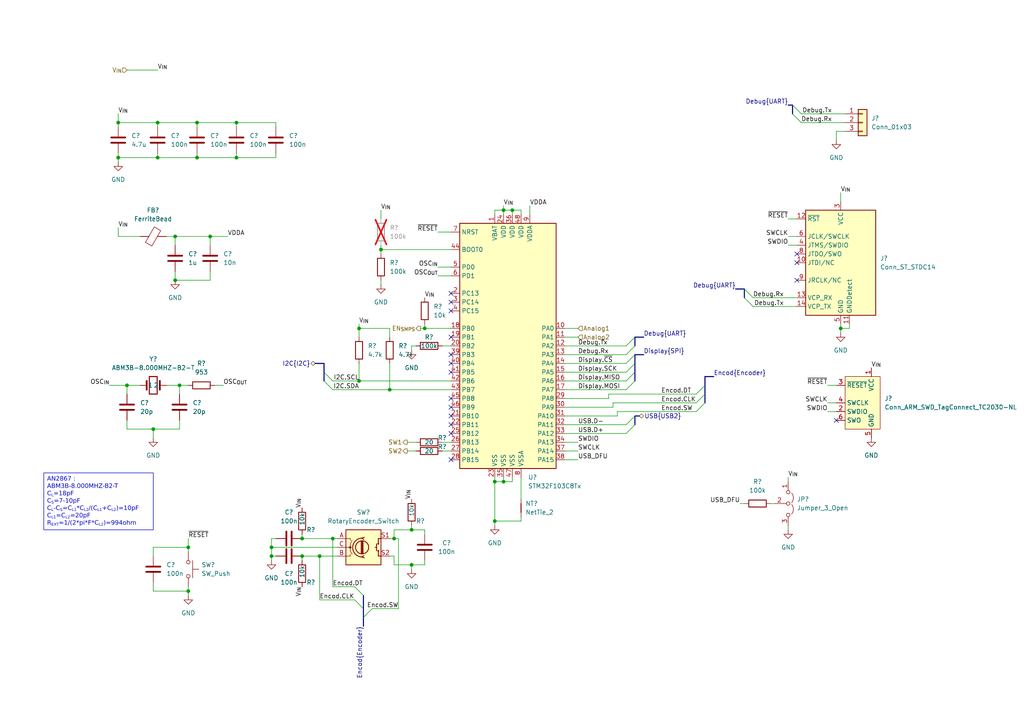
<source format=kicad_sch>
(kicad_sch (version 20230121) (generator eeschema)
  (paper "A4")
  (lib_symbols
    (symbol "Connector:Conn_ARM_SWD_TagConnect_TC2030-NL" (in_bom no)
      (property "Reference" "J" (at 2.54 11.43 0))
      (property "Value" "Conn_ARM_SWD_TagConnect_TC2030-NL" (at 2.54 8.89 0))
      (symbol "Conn_ARM_SWD_TagConnect_TC2030-NL_0_0"
        (pin power_in line (at -2.54 10.16 270) (length 2.54) (name "VCC") (number "1"))
        (pin bidirectional line (at 7.62 -2.54 180) (length 2.54) (name "SWDIO") (number "2"))
        (pin open_collector line (at 7.62 5.08 180) (length 2.54) (name "~{RESET}") (number "3"))
        (pin output line (at 7.62 0 180) (length 2.54) (name "SWCLK") (number "4"))
        (pin power_in line (at -2.54 -10.16 90) (length 2.54) (name "GND") (number "5"))
        (pin input line (at 7.62 -5.08 180) (length 2.54) (name "SWO") (number "6"))
      )
      (symbol "Conn_ARM_SWD_TagConnect_TC2030-NL_0_1"
        (rectangle (start -5.08 7.62) (end 5.08 -7.62) (fill (type background)))
      )
    )
    (symbol "Connector:Conn_ST_STDC14"
      (property "Reference" "J" (at -8.89 16.51 0))
      (property "Value" "Conn_ST_STDC14" (at 17.78 16.51 0))
      (symbol "Conn_ST_STDC14_0_1"
        (rectangle (start -10.16 15.24) (end 10.16 -15.24) (stroke (width 0.254)) (fill (type background)))
      )
      (symbol "Conn_ST_STDC14_1_1"
        (pin no_connect line (at -10.16 5.08 0) (length 2.54) hide (name "NC") (number "1"))
        (pin output line (at 12.7 0 180) (length 2.54) (name "JTDI/NC") (number "10"))
        (pin passive line (at -2.54 -17.78 90) (length 2.54) (name "GNDDetect") (number "11"))
        (pin open_collector line (at 12.7 12.7 180) (length 2.54) (name "~{RST}") (number "12"))
        (pin output line (at 12.7 -10.16 180) (length 2.54) (name "VCP_RX") (number "13"))
        (pin input line (at 12.7 -12.7 180) (length 2.54) (name "VCP_TX") (number "14"))
        (pin no_connect line (at -10.16 2.54 0) (length 2.54) hide (name "NC") (number "2"))
        (pin power_in line (at 0 17.78 270) (length 2.54) (name "VCC") (number "3"))
        (pin bidirectional line (at 12.7 5.08 180) (length 2.54) (name "JTMS/SWDIO") (number "4"))
        (pin power_in line (at 0 -17.78 90) (length 2.54) (name "GND") (number "5"))
        (pin output line (at 12.7 7.62 180) (length 2.54) (name "JCLK/SWCLK") (number "6"))
        (pin passive line (at 0 -17.78 90) (length 2.54) hide (name "GND") (number "7"))
        (pin input line (at 12.7 2.54 180) (length 2.54) (name "JTDO/SWO") (number "8"))
        (pin input line (at 12.7 -5.08 180) (length 2.54) (name "JRCLK/NC") (number "9"))
      )
    )
    (symbol "Connector_Generic:Conn_01x03" (pin_names (offset 1.016) hide)
      (property "Reference" "J" (at 0 5.08 0))
      (property "Value" "Conn_01x03" (at 0 -5.08 0))
      (symbol "Conn_01x03_1_1"
        (rectangle (start -1.27 -2.413) (end 0 -2.667) (stroke (width 0.1524)))
        (rectangle (start -1.27 0.127) (end 0 -0.127) (stroke (width 0.1524)))
        (rectangle (start -1.27 2.667) (end 0 2.413) (stroke (width 0.1524)))
        (rectangle (start -1.27 3.81) (end 1.27 -3.81) (stroke (width 0.254)) (fill (type background)))
        (pin passive line (at -5.08 2.54 0) (length 3.81) (name "Pin_1") (number "1"))
        (pin passive line (at -5.08 0 0) (length 3.81) (name "Pin_2") (number "2"))
        (pin passive line (at -5.08 -2.54 0) (length 3.81) (name "Pin_3") (number "3"))
      )
    )
    (symbol "Device:C" (pin_numbers hide) (pin_names (offset 0.254))
      (property "Reference" "C" (at 0.635 2.54 0))
      (property "Value" "C" (at 0.635 -2.54 0))
      (symbol "C_0_1"
        (polyline (pts (xy -2.032 -0.762) (xy 2.032 -0.762)) (stroke (width 0.508)))
        (polyline (pts (xy -2.032 0.762) (xy 2.032 0.762)) (stroke (width 0.508)))
      )
      (symbol "C_1_1"
        (pin passive line (at 0 3.81 270) (length 2.794) (name "~") (number "1"))
        (pin passive line (at 0 -3.81 90) (length 2.794) (name "~") (number "2"))
      )
    )
    (symbol "Device:Crystal" (pin_numbers hide) (pin_names (offset 1.016))
      (property "Reference" "Y" (at 0 3.81 0))
      (property "Value" "Crystal" (at 0 -3.81 0))
      (symbol "Crystal_0_1"
        (rectangle (start -1.143 2.54) (end 1.143 -2.54) (stroke (width 0.3048)))
        (polyline (pts (xy -2.54 0) (xy -1.905 0)))
        (polyline (pts (xy -1.905 -1.27) (xy -1.905 1.27)) (stroke (width 0.508)))
        (polyline (pts (xy 1.905 -1.27) (xy 1.905 1.27)) (stroke (width 0.508)))
        (polyline (pts (xy 2.54 0) (xy 1.905 0)))
      )
      (symbol "Crystal_1_1"
        (pin passive line (at -3.81 0 0) (length 1.27) (name "1") (number "1"))
        (pin passive line (at 3.81 0 180) (length 1.27) (name "2") (number "2"))
      )
    )
    (symbol "Device:FerriteBead" (pin_numbers hide) (pin_names (offset 0))
      (property "Reference" "FB" (at -3.81 0.635 90))
      (property "Value" "FerriteBead" (at 3.81 0 90))
      (symbol "FerriteBead_0_1"
        (polyline (pts (xy 0 -1.27) (xy 0 -1.2192)))
        (polyline (pts (xy 0 1.27) (xy 0 1.2954)))
        (polyline (pts (xy -2.7686 0.4064) (xy -1.7018 2.2606) (xy 2.7686 -0.3048) (xy 1.6764 -2.159) (xy -2.7686 0.4064)))
      )
      (symbol "FerriteBead_1_1"
        (pin passive line (at 0 3.81 270) (length 2.54) (name "~") (number "1"))
        (pin passive line (at 0 -3.81 90) (length 2.54) (name "~") (number "2"))
      )
    )
    (symbol "Device:NetTie_2" (pin_numbers hide) (pin_names (offset 0) hide) (in_bom no)
      (property "Reference" "NT" (at 0 1.27 0))
      (property "Value" "NetTie_2" (at 0 -1.27 0))
      (symbol "NetTie_2_0_1"
        (polyline (pts (xy -1.27 0) (xy 1.27 0)) (stroke (width 0.254)))
      )
      (symbol "NetTie_2_1_1"
        (pin passive line (at -2.54 0 0) (length 2.54) (name "1") (number "1"))
        (pin passive line (at 2.54 0 180) (length 2.54) (name "2") (number "2"))
      )
    )
    (symbol "Device:R" (pin_numbers hide) (pin_names (offset 0))
      (property "Reference" "R" (at 2.032 0 90))
      (property "Value" "R" (at 0 0 90))
      (symbol "R_0_1"
        (rectangle (start -1.016 -2.54) (end 1.016 2.54) (stroke (width 0.254)))
      )
      (symbol "R_1_1"
        (pin passive line (at 0 3.81 270) (length 1.27) (name "~") (number "1"))
        (pin passive line (at 0 -3.81 90) (length 1.27) (name "~") (number "2"))
      )
    )
    (symbol "Device:RotaryEncoder_Switch" (pin_names (offset 0.254) hide)
      (property "Reference" "SW" (at 0 6.604 0))
      (property "Value" "RotaryEncoder_Switch" (at 0 -6.604 0))
      (symbol "RotaryEncoder_Switch_0_1"
        (rectangle (start -5.08 5.08) (end 5.08 -5.08) (stroke (width 0.254)) (fill (type background)))
        (circle (center -3.81 0) (radius 0.254) (fill (type outline)))
        (circle (center -0.381 0) (radius 1.905) (stroke (width 0.254)))
        (arc (start -0.381 2.667) (mid -3.0988 -0.0635) (end -0.381 -2.794) (stroke (width 0.254)))
        (polyline (pts (xy -0.635 -1.778) (xy -0.635 1.778)) (stroke (width 0.254)))
        (polyline (pts (xy -0.381 -1.778) (xy -0.381 1.778)) (stroke (width 0.254)))
        (polyline (pts (xy -0.127 1.778) (xy -0.127 -1.778)) (stroke (width 0.254)))
        (polyline (pts (xy 3.81 0) (xy 3.429 0)) (stroke (width 0.254)))
        (polyline (pts (xy 3.81 1.016) (xy 3.81 -1.016)) (stroke (width 0.254)))
        (polyline (pts (xy -5.08 -2.54) (xy -3.81 -2.54) (xy -3.81 -2.032)))
        (polyline (pts (xy -5.08 2.54) (xy -3.81 2.54) (xy -3.81 2.032)))
        (polyline (pts (xy 0.254 -3.048) (xy -0.508 -2.794) (xy 0.127 -2.413)) (stroke (width 0.254)))
        (polyline (pts (xy 0.254 2.921) (xy -0.508 2.667) (xy 0.127 2.286)) (stroke (width 0.254)))
        (polyline (pts (xy 5.08 -2.54) (xy 4.318 -2.54) (xy 4.318 -1.016)) (stroke (width 0.254)))
        (polyline (pts (xy 5.08 2.54) (xy 4.318 2.54) (xy 4.318 1.016)) (stroke (width 0.254)))
        (polyline (pts (xy -5.08 0) (xy -3.81 0) (xy -3.81 -1.016) (xy -3.302 -2.032)))
        (polyline (pts (xy -4.318 0) (xy -3.81 0) (xy -3.81 1.016) (xy -3.302 2.032)))
        (circle (center 4.318 -1.016) (radius 0.127) (stroke (width 0.254)))
        (circle (center 4.318 1.016) (radius 0.127) (stroke (width 0.254)))
      )
      (symbol "RotaryEncoder_Switch_1_1"
        (pin passive line (at -7.62 2.54 0) (length 2.54) (name "A") (number "A"))
        (pin passive line (at -7.62 -2.54 0) (length 2.54) (name "B") (number "B"))
        (pin passive line (at -7.62 0 0) (length 2.54) (name "C") (number "C"))
        (pin passive line (at 7.62 2.54 180) (length 2.54) (name "S1") (number "S1"))
        (pin passive line (at 7.62 -2.54 180) (length 2.54) (name "S2") (number "S2"))
      )
    )
    (symbol "Jumper:Jumper_3_Open" (pin_names (offset 0) hide)
      (property "Reference" "JP" (at -2.54 -2.54 0))
      (property "Value" "Jumper_3_Open" (at 0 2.794 0))
      (symbol "Jumper_3_Open_0_0"
        (circle (center -3.302 0) (radius 0.508))
        (circle (center 0 0) (radius 0.508))
        (circle (center 3.302 0) (radius 0.508))
      )
      (symbol "Jumper_3_Open_0_1"
        (arc (start -0.254 1.016) (mid -1.651 1.4992) (end -3.048 1.016))
        (polyline (pts (xy 0 -0.508) (xy 0 -1.27)))
        (arc (start 3.048 1.016) (mid 1.651 1.4992) (end 0.254 1.016))
      )
      (symbol "Jumper_3_Open_1_1"
        (pin passive line (at -6.35 0 0) (length 2.54) (name "A") (number "1"))
        (pin passive line (at 0 -3.81 90) (length 2.54) (name "C") (number "2"))
        (pin passive line (at 6.35 0 180) (length 2.54) (name "B") (number "3"))
      )
    )
    (symbol "MCU_ST_STM32F1:STM32F103C8Tx"
      (property "Reference" "U" (at -15.24 36.83 0))
      (property "Value" "STM32F103C8Tx" (at 7.62 36.83 0))
      (symbol "STM32F103C8Tx_0_1"
        (rectangle (start -15.24 -35.56) (end 12.7 35.56) (stroke (width 0.254)) (fill (type background)))
      )
      (symbol "STM32F103C8Tx_1_1"
        (pin power_in line (at -5.08 38.1 270) (length 2.54) (name "VBAT") (number "1"))
        (pin bidirectional line (at 15.24 5.08 180) (length 2.54) (name "PA0") (number "10"))
        (pin bidirectional line (at 15.24 2.54 180) (length 2.54) (name "PA1") (number "11"))
        (pin bidirectional line (at 15.24 0 180) (length 2.54) (name "PA2") (number "12"))
        (pin bidirectional line (at 15.24 -2.54 180) (length 2.54) (name "PA3") (number "13"))
        (pin bidirectional line (at 15.24 -5.08 180) (length 2.54) (name "PA4") (number "14"))
        (pin bidirectional line (at 15.24 -7.62 180) (length 2.54) (name "PA5") (number "15"))
        (pin bidirectional line (at 15.24 -10.16 180) (length 2.54) (name "PA6") (number "16"))
        (pin bidirectional line (at 15.24 -12.7 180) (length 2.54) (name "PA7") (number "17"))
        (pin bidirectional line (at -17.78 5.08 0) (length 2.54) (name "PB0") (number "18"))
        (pin bidirectional line (at -17.78 2.54 0) (length 2.54) (name "PB1") (number "19"))
        (pin bidirectional line (at -17.78 15.24 0) (length 2.54) (name "PC13") (number "2"))
        (pin bidirectional line (at -17.78 0 0) (length 2.54) (name "PB2") (number "20"))
        (pin bidirectional line (at -17.78 -20.32 0) (length 2.54) (name "PB10") (number "21"))
        (pin bidirectional line (at -17.78 -22.86 0) (length 2.54) (name "PB11") (number "22"))
        (pin power_in line (at -5.08 -38.1 90) (length 2.54) (name "VSS") (number "23"))
        (pin power_in line (at -2.54 38.1 270) (length 2.54) (name "VDD") (number "24"))
        (pin bidirectional line (at -17.78 -25.4 0) (length 2.54) (name "PB12") (number "25"))
        (pin bidirectional line (at -17.78 -27.94 0) (length 2.54) (name "PB13") (number "26"))
        (pin bidirectional line (at -17.78 -30.48 0) (length 2.54) (name "PB14") (number "27"))
        (pin bidirectional line (at -17.78 -33.02 0) (length 2.54) (name "PB15") (number "28"))
        (pin bidirectional line (at 15.24 -15.24 180) (length 2.54) (name "PA8") (number "29"))
        (pin bidirectional line (at -17.78 12.7 0) (length 2.54) (name "PC14") (number "3"))
        (pin bidirectional line (at 15.24 -17.78 180) (length 2.54) (name "PA9") (number "30"))
        (pin bidirectional line (at 15.24 -20.32 180) (length 2.54) (name "PA10") (number "31"))
        (pin bidirectional line (at 15.24 -22.86 180) (length 2.54) (name "PA11") (number "32"))
        (pin bidirectional line (at 15.24 -25.4 180) (length 2.54) (name "PA12") (number "33"))
        (pin bidirectional line (at 15.24 -27.94 180) (length 2.54) (name "PA13") (number "34"))
        (pin power_in line (at -2.54 -38.1 90) (length 2.54) (name "VSS") (number "35"))
        (pin power_in line (at 0 38.1 270) (length 2.54) (name "VDD") (number "36"))
        (pin bidirectional line (at 15.24 -30.48 180) (length 2.54) (name "PA14") (number "37"))
        (pin bidirectional line (at 15.24 -33.02 180) (length 2.54) (name "PA15") (number "38"))
        (pin bidirectional line (at -17.78 -2.54 0) (length 2.54) (name "PB3") (number "39"))
        (pin bidirectional line (at -17.78 10.16 0) (length 2.54) (name "PC15") (number "4"))
        (pin bidirectional line (at -17.78 -5.08 0) (length 2.54) (name "PB4") (number "40"))
        (pin bidirectional line (at -17.78 -7.62 0) (length 2.54) (name "PB5") (number "41"))
        (pin bidirectional line (at -17.78 -10.16 0) (length 2.54) (name "PB6") (number "42"))
        (pin bidirectional line (at -17.78 -12.7 0) (length 2.54) (name "PB7") (number "43"))
        (pin input line (at -17.78 27.94 0) (length 2.54) (name "BOOT0") (number "44"))
        (pin bidirectional line (at -17.78 -15.24 0) (length 2.54) (name "PB8") (number "45"))
        (pin bidirectional line (at -17.78 -17.78 0) (length 2.54) (name "PB9") (number "46"))
        (pin power_in line (at 0 -38.1 90) (length 2.54) (name "VSS") (number "47"))
        (pin power_in line (at 2.54 38.1 270) (length 2.54) (name "VDD") (number "48"))
        (pin input line (at -17.78 22.86 0) (length 2.54) (name "PD0") (number "5"))
        (pin input line (at -17.78 20.32 0) (length 2.54) (name "PD1") (number "6"))
        (pin input line (at -17.78 33.02 0) (length 2.54) (name "NRST") (number "7"))
        (pin power_in line (at 2.54 -38.1 90) (length 2.54) (name "VSSA") (number "8"))
        (pin power_in line (at 5.08 38.1 270) (length 2.54) (name "VDDA") (number "9"))
      )
    )
    (symbol "Switch:SW_Push" (pin_numbers hide) (pin_names (offset 1.016) hide)
      (property "Reference" "SW" (at 1.27 2.54 0))
      (property "Value" "SW_Push" (at 0 -1.524 0))
      (symbol "SW_Push_0_1"
        (circle (center -2.032 0) (radius 0.508))
        (polyline (pts (xy 0 1.27) (xy 0 3.048)))
        (polyline (pts (xy 2.54 1.27) (xy -2.54 1.27)))
        (circle (center 2.032 0) (radius 0.508))
        (pin passive line (at -5.08 0 0) (length 2.54) (name "1") (number "1"))
        (pin passive line (at 5.08 0 180) (length 2.54) (name "2") (number "2"))
      )
    )
    (symbol "power:GND" (power) (pin_names (offset 0))
      (property "Value" "GND" (at 0 -3.81 0))
      (symbol "GND_0_1"
        (polyline (pts (xy 0 0) (xy 0 -1.27) (xy 1.27 -1.27) (xy 0 -2.54) (xy -1.27 -1.27) (xy 0 -1.27)))
      )
      (symbol "GND_1_1"
        (pin power_in line (at 0 0 270) (length 0) hide (name "GND") (number "1"))
      )
    )
  )
  (junction (at 57.15 35.56))
  (junction (at 148.59 60.96))
  (junction (at 114.3 156.21))
  (junction (at 36.83 111.76))
  (junction (at 44.45 124.46))
  (junction (at 143.51 139.7))
  (junction (at 54.61 171.45))
  (junction (at 50.8 81.28))
  (junction (at 45.72 35.56))
  (junction (at 78.74 161.29))
  (junction (at 119.38 153.67))
  (junction (at 57.15 45.72))
  (junction (at 68.58 35.56))
  (junction (at 52.07 111.76))
  (junction (at 87.63 161.29))
  (junction (at 146.05 60.96))
  (junction (at 78.74 158.75))
  (junction (at 45.72 45.72))
  (junction (at 96.52 156.21))
  (junction (at 50.8 68.58))
  (junction (at 143.51 151.13))
  (junction (at 87.63 156.21))
  (junction (at 113.03 113.03))
  (junction (at 34.29 35.56))
  (junction (at 54.61 158.75))
  (junction (at 92.71 161.29))
  (junction (at 104.14 110.49))
  (junction (at 123.19 95.25))
  (junction (at 104.14 95.25))
  (junction (at 243.84 95.25))
  (junction (at 146.05 139.7))
  (junction (at 34.29 45.72))
  (junction (at 60.96 68.58))
  (junction (at 68.58 45.72))
  (junction (at 110.49 72.39))
  (junction (at 119.38 163.83))
  (no_connect (at 130.81 102.87))
  (no_connect (at 231.14 76.2))
  (no_connect (at 130.81 97.79))
  (no_connect (at 130.81 90.17))
  (no_connect (at 130.81 87.63))
  (no_connect (at 130.81 133.35))
  (no_connect (at 130.81 85.09))
  (no_connect (at 130.81 118.11))
  (no_connect (at 130.81 123.19))
  (no_connect (at 231.14 81.28))
  (no_connect (at 130.81 107.95))
  (no_connect (at 130.81 125.73))
  (no_connect (at 130.81 115.57))
  (no_connect (at 231.14 73.66))
  (no_connect (at 130.81 120.65))
  (no_connect (at 130.81 105.41))
  (no_connect (at 242.57 121.92))
  (bus_entry (at 204.47 116.84) (size -2.54 2.54))
  (bus_entry (at 184.15 100.33) (size -2.54 2.54))
  (bus_entry (at 105.41 176.53) (size -2.54 -2.54))
  (bus_entry (at 184.15 107.95) (size -2.54 2.54))
  (bus_entry (at 184.15 97.79) (size -2.54 2.54))
  (bus_entry (at 93.98 107.95) (size 2.54 2.54))
  (bus_entry (at 204.47 111.76) (size -2.54 2.54))
  (bus_entry (at 184.15 120.65) (size -2.54 2.54))
  (bus_entry (at 184.15 102.87) (size -2.54 2.54))
  (bus_entry (at 105.41 172.72) (size -2.54 -2.54))
  (bus_entry (at 184.15 110.49) (size -2.54 2.54))
  (bus_entry (at 105.41 179.07) (size 2.54 -2.54))
  (bus_entry (at 229.87 33.02) (size 2.54 2.54))
  (bus_entry (at 184.15 123.19) (size -2.54 2.54))
  (bus_entry (at 215.9 86.36) (size 2.54 2.54))
  (bus_entry (at 204.47 114.3) (size -2.54 2.54))
  (bus_entry (at 229.87 30.48) (size 2.54 2.54))
  (bus_entry (at 93.98 110.49) (size 2.54 2.54))
  (bus_entry (at 184.15 105.41) (size -2.54 2.54))
  (bus_entry (at 215.9 83.82) (size 2.54 2.54))
  (wire (pts (xy 127 77.47) (xy 130.81 77.47)))
  (bus (pts (xy 186.69 97.79) (xy 184.15 97.79)))
  (wire (pts (xy 223.52 146.05) (xy 224.79 146.05)))
  (wire (pts (xy 146.05 138.43) (xy 146.05 139.7)))
  (wire (pts (xy 218.44 86.36) (xy 231.14 86.36)))
  (wire (pts (xy 113.03 156.21) (xy 114.3 156.21)))
  (wire (pts (xy 163.83 115.57) (xy 176.53 115.57)))
  (bus (pts (xy 215.9 83.82) (xy 215.9 86.36)))
  (wire (pts (xy 146.05 60.96) (xy 148.59 60.96)))
  (wire (pts (xy 240.03 111.76) (xy 242.57 111.76)))
  (wire (pts (xy 34.29 45.72) (xy 34.29 46.99)))
  (wire (pts (xy 228.6 63.5) (xy 231.14 63.5)))
  (wire (pts (xy 110.49 72.39) (xy 110.49 73.66)))
  (wire (pts (xy 119.38 163.83) (xy 123.19 163.83)))
  (wire (pts (xy 119.38 101.6) (xy 119.38 100.33)))
  (wire (pts (xy 34.29 44.45) (xy 34.29 45.72)))
  (wire (pts (xy 44.45 171.45) (xy 54.61 171.45)))
  (wire (pts (xy 179.07 120.65) (xy 163.83 120.65)))
  (wire (pts (xy 34.29 35.56) (xy 34.29 36.83)))
  (wire (pts (xy 119.38 153.67) (xy 123.19 153.67)))
  (wire (pts (xy 34.29 66.04) (xy 34.29 68.58)))
  (bus (pts (xy 184.15 120.65) (xy 184.15 123.19)))
  (bus (pts (xy 91.44 105.41) (xy 93.98 105.41)))
  (wire (pts (xy 80.01 44.45) (xy 80.01 45.72)))
  (wire (pts (xy 62.23 111.76) (xy 64.77 111.76)))
  (wire (pts (xy 151.13 149.86) (xy 151.13 151.13)))
  (wire (pts (xy 146.05 60.96) (xy 146.05 62.23)))
  (wire (pts (xy 78.74 161.29) (xy 78.74 158.75)))
  (wire (pts (xy 114.3 161.29) (xy 114.3 163.83)))
  (wire (pts (xy 48.26 68.58) (xy 50.8 68.58)))
  (wire (pts (xy 57.15 44.45) (xy 57.15 45.72)))
  (wire (pts (xy 96.52 170.18) (xy 102.87 170.18)))
  (wire (pts (xy 151.13 151.13) (xy 143.51 151.13)))
  (wire (pts (xy 143.51 151.13) (xy 143.51 152.4)))
  (wire (pts (xy 107.95 176.53) (xy 115.57 176.53)))
  (wire (pts (xy 113.03 105.41) (xy 113.03 113.03)))
  (wire (pts (xy 45.72 44.45) (xy 45.72 45.72)))
  (wire (pts (xy 114.3 163.83) (xy 119.38 163.83)))
  (wire (pts (xy 119.38 152.4) (xy 119.38 153.67)))
  (wire (pts (xy 36.83 121.92) (xy 36.83 124.46)))
  (wire (pts (xy 92.71 161.29) (xy 97.79 161.29)))
  (wire (pts (xy 44.45 124.46) (xy 44.45 127)))
  (wire (pts (xy 80.01 36.83) (xy 80.01 35.56)))
  (bus (pts (xy 105.41 176.53) (xy 105.41 179.07)))
  (wire (pts (xy 123.19 163.83) (xy 123.19 162.56)))
  (wire (pts (xy 163.83 110.49) (xy 181.61 110.49)))
  (wire (pts (xy 163.83 102.87) (xy 181.61 102.87)))
  (bus (pts (xy 229.87 30.48) (xy 229.87 33.02)))
  (wire (pts (xy 121.92 95.25) (xy 123.19 95.25)))
  (wire (pts (xy 96.52 110.49) (xy 104.14 110.49)))
  (wire (pts (xy 163.83 105.41) (xy 181.61 105.41)))
  (wire (pts (xy 104.14 93.98) (xy 104.14 95.25)))
  (wire (pts (xy 34.29 33.02) (xy 34.29 35.56)))
  (wire (pts (xy 148.59 60.96) (xy 148.59 62.23)))
  (wire (pts (xy 143.51 138.43) (xy 143.51 139.7)))
  (wire (pts (xy 78.74 158.75) (xy 78.74 156.21)))
  (wire (pts (xy 60.96 68.58) (xy 50.8 68.58)))
  (wire (pts (xy 120.65 128.27) (xy 118.11 128.27)))
  (wire (pts (xy 50.8 68.58) (xy 50.8 71.12)))
  (wire (pts (xy 177.8 118.11) (xy 177.8 116.84)))
  (wire (pts (xy 243.84 95.25) (xy 243.84 96.52)))
  (wire (pts (xy 114.3 156.21) (xy 114.3 153.67)))
  (wire (pts (xy 176.53 114.3) (xy 176.53 115.57)))
  (wire (pts (xy 78.74 158.75) (xy 97.79 158.75)))
  (wire (pts (xy 110.49 72.39) (xy 130.81 72.39)))
  (bus (pts (xy 184.15 105.41) (xy 184.15 107.95)))
  (wire (pts (xy 153.67 59.69) (xy 153.67 62.23)))
  (wire (pts (xy 228.6 71.12) (xy 231.14 71.12)))
  (wire (pts (xy 163.83 95.25) (xy 167.64 95.25)))
  (wire (pts (xy 143.51 139.7) (xy 143.51 151.13)))
  (wire (pts (xy 130.81 128.27) (xy 128.27 128.27)))
  (bus (pts (xy 184.15 107.95) (xy 184.15 110.49)))
  (wire (pts (xy 45.72 35.56) (xy 45.72 36.83)))
  (wire (pts (xy 143.51 62.23) (xy 143.51 60.96)))
  (wire (pts (xy 151.13 62.23) (xy 151.13 60.96)))
  (wire (pts (xy 44.45 161.29) (xy 44.45 158.75)))
  (wire (pts (xy 87.63 154.94) (xy 87.63 156.21)))
  (wire (pts (xy 52.07 124.46) (xy 52.07 121.92)))
  (wire (pts (xy 114.3 153.67) (xy 119.38 153.67)))
  (wire (pts (xy 44.45 158.75) (xy 54.61 158.75)))
  (wire (pts (xy 242.57 40.64) (xy 242.57 38.1)))
  (wire (pts (xy 110.49 71.12) (xy 110.49 72.39)))
  (wire (pts (xy 120.65 130.81) (xy 118.11 130.81)))
  (wire (pts (xy 246.38 93.98) (xy 246.38 95.25)))
  (wire (pts (xy 179.07 119.38) (xy 179.07 120.65)))
  (wire (pts (xy 57.15 35.56) (xy 68.58 35.56)))
  (wire (pts (xy 128.27 100.33) (xy 130.81 100.33)))
  (bus (pts (xy 186.69 102.87) (xy 184.15 102.87)))
  (wire (pts (xy 68.58 44.45) (xy 68.58 45.72)))
  (wire (pts (xy 163.83 133.35) (xy 167.64 133.35)))
  (wire (pts (xy 123.19 153.67) (xy 123.19 154.94)))
  (wire (pts (xy 179.07 119.38) (xy 201.93 119.38)))
  (wire (pts (xy 115.57 176.53) (xy 115.57 156.21)))
  (wire (pts (xy 80.01 161.29) (xy 78.74 161.29)))
  (wire (pts (xy 36.83 111.76) (xy 36.83 114.3)))
  (wire (pts (xy 163.83 113.03) (xy 181.61 113.03)))
  (wire (pts (xy 96.52 156.21) (xy 97.79 156.21)))
  (bus (pts (xy 204.47 109.22) (xy 204.47 111.76)))
  (wire (pts (xy 243.84 93.98) (xy 243.84 95.25)))
  (wire (pts (xy 177.8 116.84) (xy 201.93 116.84)))
  (wire (pts (xy 57.15 45.72) (xy 68.58 45.72)))
  (wire (pts (xy 60.96 68.58) (xy 66.04 68.58)))
  (wire (pts (xy 54.61 170.18) (xy 54.61 171.45)))
  (wire (pts (xy 68.58 36.83) (xy 68.58 35.56)))
  (wire (pts (xy 143.51 60.96) (xy 146.05 60.96)))
  (wire (pts (xy 31.75 111.76) (xy 36.83 111.76)))
  (wire (pts (xy 78.74 161.29) (xy 78.74 162.56)))
  (wire (pts (xy 52.07 111.76) (xy 52.07 114.3)))
  (wire (pts (xy 148.59 138.43) (xy 148.59 139.7)))
  (bus (pts (xy 105.41 172.72) (xy 105.41 176.53)))
  (bus (pts (xy 184.15 97.79) (xy 184.15 100.33)))
  (wire (pts (xy 242.57 38.1) (xy 245.11 38.1)))
  (wire (pts (xy 52.07 111.76) (xy 54.61 111.76)))
  (bus (pts (xy 185.42 120.65) (xy 184.15 120.65)))
  (wire (pts (xy 151.13 138.43) (xy 151.13 144.78)))
  (wire (pts (xy 36.83 20.32) (xy 45.72 20.32)))
  (wire (pts (xy 163.83 130.81) (xy 167.64 130.81)))
  (wire (pts (xy 92.71 173.99) (xy 102.87 173.99)))
  (bus (pts (xy 204.47 114.3) (xy 204.47 116.84)))
  (wire (pts (xy 228.6 68.58) (xy 231.14 68.58)))
  (wire (pts (xy 48.26 111.76) (xy 52.07 111.76)))
  (wire (pts (xy 113.03 161.29) (xy 114.3 161.29)))
  (wire (pts (xy 44.45 168.91) (xy 44.45 171.45)))
  (wire (pts (xy 246.38 95.25) (xy 243.84 95.25)))
  (wire (pts (xy 110.49 60.96) (xy 110.49 63.5)))
  (wire (pts (xy 113.03 95.25) (xy 104.14 95.25)))
  (wire (pts (xy 78.74 156.21) (xy 80.01 156.21)))
  (wire (pts (xy 80.01 45.72) (xy 68.58 45.72)))
  (wire (pts (xy 163.83 97.79) (xy 167.64 97.79)))
  (wire (pts (xy 218.44 88.9) (xy 231.14 88.9)))
  (wire (pts (xy 113.03 113.03) (xy 130.81 113.03)))
  (bus (pts (xy 105.41 179.07) (xy 105.41 181.61)))
  (wire (pts (xy 104.14 95.25) (xy 104.14 97.79)))
  (wire (pts (xy 148.59 60.96) (xy 151.13 60.96)))
  (wire (pts (xy 228.6 153.67) (xy 228.6 152.4)))
  (wire (pts (xy 44.45 124.46) (xy 52.07 124.46)))
  (wire (pts (xy 87.63 161.29) (xy 92.71 161.29)))
  (wire (pts (xy 50.8 78.74) (xy 50.8 81.28)))
  (wire (pts (xy 110.49 82.55) (xy 110.49 81.28)))
  (wire (pts (xy 45.72 45.72) (xy 57.15 45.72)))
  (wire (pts (xy 113.03 97.79) (xy 113.03 95.25)))
  (wire (pts (xy 45.72 35.56) (xy 57.15 35.56)))
  (wire (pts (xy 87.63 156.21) (xy 96.52 156.21)))
  (wire (pts (xy 163.83 128.27) (xy 167.64 128.27)))
  (wire (pts (xy 146.05 59.69) (xy 146.05 60.96)))
  (wire (pts (xy 54.61 158.75) (xy 54.61 160.02)))
  (bus (pts (xy 93.98 105.41) (xy 93.98 107.95)))
  (wire (pts (xy 119.38 163.83) (xy 119.38 165.1)))
  (wire (pts (xy 34.29 35.56) (xy 45.72 35.56)))
  (bus (pts (xy 93.98 107.95) (xy 93.98 110.49)))
  (wire (pts (xy 232.41 33.02) (xy 245.11 33.02)))
  (wire (pts (xy 34.29 45.72) (xy 45.72 45.72)))
  (wire (pts (xy 96.52 156.21) (xy 96.52 170.18)))
  (bus (pts (xy 228.6 30.48) (xy 229.87 30.48)))
  (wire (pts (xy 92.71 161.29) (xy 92.71 173.99)))
  (wire (pts (xy 148.59 139.7) (xy 146.05 139.7)))
  (wire (pts (xy 60.96 71.12) (xy 60.96 68.58)))
  (wire (pts (xy 60.96 78.74) (xy 60.96 81.28)))
  (wire (pts (xy 163.83 125.73) (xy 181.61 125.73)))
  (wire (pts (xy 228.6 138.43) (xy 228.6 139.7)))
  (wire (pts (xy 57.15 35.56) (xy 57.15 36.83)))
  (wire (pts (xy 104.14 110.49) (xy 130.81 110.49)))
  (wire (pts (xy 123.19 95.25) (xy 130.81 95.25)))
  (wire (pts (xy 96.52 113.03) (xy 113.03 113.03)))
  (wire (pts (xy 40.64 111.76) (xy 36.83 111.76)))
  (wire (pts (xy 50.8 81.28) (xy 60.96 81.28)))
  (wire (pts (xy 34.29 68.58) (xy 40.64 68.58)))
  (wire (pts (xy 127 80.01) (xy 130.81 80.01)))
  (wire (pts (xy 163.83 123.19) (xy 181.61 123.19)))
  (wire (pts (xy 176.53 114.3) (xy 201.93 114.3)))
  (wire (pts (xy 80.01 35.56) (xy 68.58 35.56)))
  (wire (pts (xy 243.84 55.88) (xy 243.84 58.42)))
  (bus (pts (xy 204.47 111.76) (xy 204.47 114.3)))
  (wire (pts (xy 54.61 156.21) (xy 54.61 158.75)))
  (wire (pts (xy 87.63 161.29) (xy 87.63 162.56)))
  (bus (pts (xy 207.01 109.22) (xy 204.47 109.22)))
  (wire (pts (xy 54.61 171.45) (xy 54.61 172.72)))
  (wire (pts (xy 130.81 130.81) (xy 128.27 130.81)))
  (wire (pts (xy 163.83 118.11) (xy 177.8 118.11)))
  (wire (pts (xy 36.83 124.46) (xy 44.45 124.46)))
  (wire (pts (xy 232.41 35.56) (xy 245.11 35.56)))
  (bus (pts (xy 184.15 102.87) (xy 184.15 105.41)))
  (wire (pts (xy 127 67.31) (xy 130.81 67.31)))
  (wire (pts (xy 146.05 139.7) (xy 143.51 139.7)))
  (wire (pts (xy 240.03 116.84) (xy 242.57 116.84)))
  (wire (pts (xy 163.83 100.33) (xy 181.61 100.33)))
  (wire (pts (xy 240.03 119.38) (xy 242.57 119.38)))
  (wire (pts (xy 214.63 146.05) (xy 215.9 146.05)))
  (wire (pts (xy 123.19 93.98) (xy 123.19 95.25)))
  (wire (pts (xy 119.38 100.33) (xy 120.65 100.33)))
  (wire (pts (xy 115.57 156.21) (xy 114.3 156.21)))
  (wire (pts (xy 104.14 105.41) (xy 104.14 110.49)))
  (bus (pts (xy 213.36 83.82) (xy 215.9 83.82)))
  (wire (pts (xy 163.83 107.95) (xy 181.61 107.95)))
  (text_box "AN2867 :\nABM3B-8.000MHZ-B2-T\nC_{L}=18pF\nC_{S}=7-10pF\nC_{L}-C_{S}=C_{L1}*C_{L2}/(C_{L1}+C_{L2})=10pF\nC_{L1}=C_{L2}=20pF\nR_{EXT}=1/(2*pi*F*C_{L2})=994ohm" (at 12.7 137.16 0) (size 31.75 16.51) (effects (font (size 1.27 1.27)) (justify left top)))
  (label "Display.MOSI" (at 167.64 113.03 0))
  (label "V_{IN}" (at 119.38 144.78 90))
  (label "Debug.Tx" (at 227.33 88.9 180))
  (label "~{RESET}" (at 54.61 156.21 0))
  (label "SWDIO" (at 228.6 71.12 180))
  (label "OSC_{OUT}" (at 127 80.01 180))
  (label "USB.D-" (at 167.64 123.19 0))
  (label "V_{IN}" (at 146.05 59.69 0))
  (label "Debug{UART}" (at 228.6 30.48 180))
  (label "OSC_{IN}" (at 31.75 111.76 180))
  (label "V_{IN}" (at 45.72 20.32 0))
  (label "V_{IN}" (at 87.63 147.32 90))
  (label "~{RESET}" (at 127 67.31 180))
  (label "SWCLK" (at 228.6 68.58 180))
  (label "Debug.Rx" (at 241.3 35.56 180))
  (label "V_{IN}" (at 228.6 138.43 0))
  (label "V_{IN}" (at 104.14 93.98 0))
  (label "Encod{Encoder}" (at 105.41 181.61 270))
  (label "SWCLK" (at 240.03 116.84 180))
  (label "USB_DFU" (at 167.64 133.35 0))
  (label "Debug{UART}" (at 186.69 97.79 0))
  (label "I2C.SCL" (at 104.14 110.49 180))
  (label "VDDA" (at 66.04 68.58 0))
  (label "V_{IN}" (at 87.63 170.18 270))
  (label "SWDIO" (at 167.64 128.27 0))
  (label "SWCLK" (at 167.64 130.81 0))
  (label "Encod.CLK" (at 191.77 116.84 0))
  (label "Encod{Encoder}" (at 207.01 109.22 0))
  (label "~{RESET}" (at 240.03 111.76 180))
  (label "V_{IN}" (at 34.29 66.04 0))
  (label "Encod.SW" (at 115.57 176.53 180))
  (label "V_{IN}" (at 34.29 33.02 0))
  (label "Encod.CLK" (at 92.71 173.99 0))
  (label "Debug.Tx" (at 241.3 33.02 180))
  (label "USB.D+" (at 167.64 125.73 0))
  (label "OSC_{OUT}" (at 64.77 111.76 0))
  (label "Display{SPI}" (at 186.69 102.87 0))
  (label "VDDA" (at 153.67 59.69 0))
  (label "Debug.Tx" (at 167.64 100.33 0))
  (label "Debug{UART}" (at 213.36 83.82 180))
  (label "Debug.Rx" (at 167.64 102.87 0))
  (label "Debug.Rx" (at 227.33 86.36 180))
  (label "Display.~{CS}" (at 167.64 105.41 0))
  (label "SWDIO" (at 240.03 119.38 180))
  (label "Encod.DT" (at 191.77 114.3 0))
  (label "I2C.SDA" (at 104.14 113.03 180))
  (label "USB_DFU" (at 214.63 146.05 180))
  (label "V_{IN}" (at 123.19 86.36 0))
  (label "~{RESET}" (at 228.6 63.5 180))
  (label "Encod.SW" (at 191.77 119.38 0))
  (label "V_{IN}" (at 243.84 55.88 0))
  (label "Display.MISO" (at 167.64 110.49 0))
  (label "Encod.DT" (at 96.52 170.18 0))
  (label "V_{IN}" (at 252.73 106.68 0))
  (label "V_{IN}" (at 110.49 60.96 0))
  (label "Display.SCK" (at 167.64 107.95 0))
  (label "OSC_{IN}" (at 127 77.47 180))
  (hierarchical_label "I2C{I2C}" (shape bidirectional) (at 91.44 105.41 180))
  (hierarchical_label "Analog2" (shape input) (at 167.64 97.79 0))
  (hierarchical_label "USB{USB2}" (shape bidirectional) (at 185.42 120.65 0))
  (hierarchical_label "EN_{SMPS}" (shape output) (at 121.92 95.25 180))
  (hierarchical_label "V_{IN}" (shape input) (at 36.83 20.32 180))
  (hierarchical_label "SW1" (shape output) (at 118.11 128.27 180))
  (hierarchical_label "SW2" (shape output) (at 118.11 130.81 180))
  (hierarchical_label "Analog1" (shape input) (at 167.64 95.25 0))
  (symbol (lib_id "Device:R") (at 87.63 151.13 180) (unit 1)
    (property "Reference" "R?" (at 88.9 153.67 0) (effects (justify right)))
    (property "Value" "10k" (at 87.63 152.4 90) (effects (justify right)))
  )
  (symbol (lib_id "Device:C") (at 45.72 40.64 0) (unit 1)
    (property "Reference" "C?" (at 49.53 39.3699 0) (effects (justify left)))
    (property "Value" "100n" (at 49.53 41.9099 0) (effects (justify left)))
  )
  (symbol (lib_id "power:GND") (at 50.8 81.28 0) (unit 1)
    (property "Reference" "#PWR?" (effects hide))
    (property "Value" "GND" (at 50.8 86.36 0))
  )
  (symbol (lib_id "power:GND") (at 252.73 127 0) (unit 1)
    (property "Reference" "#PWR?" (effects hide))
    (property "Value" "GND" (at 252.73 132.08 0))
  )
  (symbol (lib_id "Device:C") (at 52.07 118.11 0) (unit 1)
    (property "Reference" "C?" (at 55.88 116.8399 0) (effects (justify left)))
    (property "Value" "20p" (at 55.88 119.3799 0) (effects (justify left)))
  )
  (symbol (lib_id "Device:C") (at 50.8 74.93 0) (unit 1)
    (property "Reference" "C?" (at 54.61 73.6599 0) (effects (justify left)))
    (property "Value" "1u" (at 54.61 76.1999 0) (effects (justify left)))
  )
  (symbol (lib_id "power:GND") (at 34.29 46.99 0) (unit 1)
    (property "Reference" "#PWR?" (effects hide))
    (property "Value" "GND" (at 34.29 52.07 0))
  )
  (symbol (lib_id "Device:C") (at 57.15 40.64 0) (unit 1)
    (property "Reference" "C?" (at 60.96 39.3699 0) (effects (justify left)))
    (property "Value" "100n" (at 60.96 41.9099 0) (effects (justify left)))
  )
  (symbol (lib_id "Device:R") (at 124.46 100.33 90) (unit 1)
    (property "Reference" "R?" (at 124.46 97.79 90))
    (property "Value" "100k" (at 124.46 100.33 90))
  )
  (symbol (lib_id "Connector:Conn_ST_STDC14") (at 243.84 76.2 0) (mirror y) (unit 1)
    (property "Reference" "J?" (at 255.27 74.9299 0) (effects (justify right)))
    (property "Value" "Conn_ST_STDC14" (at 255.27 77.4699 0) (effects (justify right)))
    (property "Datasheet" "https://www.st.com/content/ccc/resource/technical/document/user_manual/group1/99/49/91/b6/b2/3a/46/e5/DM00526767/files/DM00526767.pdf/jcr:content/translations/en.DM00526767.pdf" (effects hide))
  )
  (symbol (lib_id "Device:C") (at 83.82 156.21 90) (mirror x) (unit 1)
    (property "Reference" "C?" (at 83.82 148.59 90))
    (property "Value" "100n" (at 83.82 151.13 90))
  )
  (symbol (lib_id "power:GND") (at 119.38 101.6 0) (unit 1)
    (property "Reference" "#PWR?" (effects hide))
    (property "Value" "GND" (at 119.38 106.68 0))
  )
  (symbol (lib_id "Device:Crystal") (at 44.45 111.76 0) (unit 1)
    (property "Reference" "Y?" (at 44.45 104.14 0))
    (property "Value" "ABM3B-8.000MHZ-B2-T" (at 44.45 106.68 0))
    (property "Footprint" "Crystal:Crystal_SMD_Abracon_ABM3B-4Pin_5.0x3.2mm" (effects hide))
  )
  (symbol (lib_id "Device:C") (at 123.19 158.75 0) (mirror y) (unit 1)
    (property "Reference" "C?" (at 129.54 157.48 0))
    (property "Value" "100n" (at 129.54 160.02 0))
  )
  (symbol (lib_id "power:GND") (at 228.6 153.67 0) (unit 1)
    (property "Reference" "#PWR?" (effects hide))
    (property "Value" "GND" (at 228.6 158.75 0))
  )
  (symbol (lib_id "Device:R") (at 87.63 166.37 180) (unit 1)
    (property "Reference" "R?" (at 88.9 168.91 0) (effects (justify right)))
    (property "Value" "10k" (at 87.63 167.64 90) (effects (justify right)))
  )
  (symbol (lib_id "Device:C") (at 60.96 74.93 0) (unit 1)
    (property "Reference" "C?" (at 64.77 73.6599 0) (effects (justify left)))
    (property "Value" "10n" (at 64.77 76.1999 0) (effects (justify left)))
  )
  (symbol (lib_id "Device:R") (at 58.42 111.76 90) (unit 1)
    (property "Reference" "R?" (at 58.42 105.41 90))
    (property "Value" "953" (at 58.42 107.95 90))
  )
  (symbol (lib_id "Device:R") (at 219.71 146.05 90) (unit 1)
    (property "Reference" "R?" (at 219.71 139.7 90))
    (property "Value" "100k" (at 219.71 142.24 90))
  )
  (symbol (lib_id "Jumper:Jumper_3_Open") (at 228.6 146.05 270) (unit 1)
    (property "Reference" "JP?" (at 231.14 144.7799 90) (effects (justify left)))
    (property "Value" "Jumper_3_Open" (at 231.14 147.3199 90) (effects (justify left)))
  )
  (symbol (lib_id "Device:C") (at 36.83 118.11 0) (unit 1)
    (property "Reference" "C?" (at 40.64 116.8399 0) (effects (justify left)))
    (property "Value" "20p" (at 40.64 119.3799 0) (effects (justify left)))
  )
  (symbol (lib_id "power:GND") (at 110.49 82.55 0) (unit 1)
    (property "Reference" "#PWR?" (effects hide))
    (property "Value" "GND" (at 110.49 87.63 0))
  )
  (symbol (lib_id "Device:R") (at 123.19 90.17 0) (unit 1)
    (property "Reference" "R?" (at 125.73 88.8999 0) (effects (justify left)))
    (property "Value" "10k" (at 125.73 91.4399 0) (effects (justify left)))
  )
  (symbol (lib_id "MCU_ST_STM32F1:STM32F103C8Tx") (at 148.59 100.33 0) (unit 1)
    (property "Reference" "U?" (at 153.1494 138.43 0) (effects (justify left)))
    (property "Value" "STM32F103C8Tx" (at 153.1494 140.97 0) (effects (justify left)))
    (property "Footprint" "Package_QFP:LQFP-48_7x7mm_P0.5mm" (effects hide))
    (property "Datasheet" "http://www.st.com/st-web-ui/static/active/en/resource/technical/document/datasheet/CD00161566.pdf" (effects hide))
  )
  (symbol (lib_id "Connector_Generic:Conn_01x03") (at 250.19 35.56 0) (unit 1)
    (property "Reference" "J?" (at 252.73 34.2899 0) (effects (justify left)))
    (property "Value" "Conn_01x03" (at 252.73 36.8299 0) (effects (justify left)))
  )
  (symbol (lib_id "Device:C") (at 44.45 165.1 0) (mirror y) (unit 1)
    (property "Reference" "C?" (at 48.26 163.8299 0) (effects (justify right)))
    (property "Value" "100n" (at 48.26 166.3699 0) (effects (justify right)))
  )
  (symbol (lib_id "Device:NetTie_2") (at 151.13 147.32 90) (unit 1) (in_bom no)
    (property "Reference" "NT?" (at 152.4 146.0499 90) (effects (justify right)))
    (property "Value" "NetTie_2" (at 152.4 148.5899 90) (effects (justify right)))
  )
  (symbol (lib_id "Device:C") (at 34.29 40.64 0) (unit 1)
    (property "Reference" "C?" (at 38.1 39.3699 0) (effects (justify left)))
    (property "Value" "4.7u" (at 38.1 41.9099 0) (effects (justify left)))
  )
  (symbol (lib_id "Device:C") (at 68.58 40.64 0) (unit 1)
    (property "Reference" "C?" (at 72.39 39.3699 0) (effects (justify left)))
    (property "Value" "100n" (at 72.39 41.9099 0) (effects (justify left)))
  )
  (symbol (lib_id "power:GND") (at 44.45 127 0) (unit 1)
    (property "Reference" "#PWR?" (effects hide))
    (property "Value" "GND" (at 44.45 132.08 0))
  )
  (symbol (lib_id "Switch:SW_Push") (at 54.61 165.1 270) (unit 1)
    (property "Reference" "SW?" (at 58.42 163.8299 90) (effects (justify left)))
    (property "Value" "SW_Push" (at 58.42 166.3699 90) (effects (justify left)))
  )
  (symbol (lib_id "Device:R") (at 110.49 67.31 0) (unit 1) (dnp yes)
    (property "Reference" "R?" (at 113.03 66.0399 0) (effects (justify left)))
    (property "Value" "100k" (at 113.03 68.5799 0) (effects (justify left)))
  )
  (symbol (lib_id "Device:R") (at 104.14 101.6 0) (unit 1)
    (property "Reference" "R?" (at 106.68 100.3299 0) (effects (justify left)))
    (property "Value" "4.7k" (at 106.68 102.8699 0) (effects (justify left)))
  )
  (symbol (lib_id "Device:R") (at 110.49 77.47 0) (unit 1)
    (property "Reference" "R?" (at 113.03 76.1999 0) (effects (justify left)))
    (property "Value" "100k" (at 113.03 78.7399 0) (effects (justify left)))
  )
  (symbol (lib_id "Device:R") (at 119.38 148.59 180) (unit 1)
    (property "Reference" "R?" (at 120.65 151.13 0) (effects (justify right)))
    (property "Value" "10k" (at 119.38 149.86 90) (effects (justify right)))
  )
  (symbol (lib_id "Device:RotaryEncoder_Switch") (at 105.41 158.75 0) (unit 1)
    (property "Reference" "SW?" (at 105.41 148.59 0))
    (property "Value" "RotaryEncoder_Switch" (at 105.41 151.13 0))
  )
  (symbol (lib_id "power:GND") (at 242.57 40.64 0) (unit 1)
    (property "Reference" "#PWR?" (effects hide))
    (property "Value" "GND" (at 242.57 45.72 0))
  )
  (symbol (lib_id "Connector:Conn_ARM_SWD_TagConnect_TC2030-NL") (at 250.19 116.84 0) (mirror y) (unit 1)
    (property "Reference" "J?" (at 256.54 115.5699 0) (effects (justify right)))
    (property "Value" "Conn_ARM_SWD_TagConnect_TC2030-NL" (at 256.54 118.1099 0) (effects (justify right)))
    (property "Footprint" "Connector:Tag-Connect_TC2030-IDC-NL_2x03_P1.27mm_Vertical" (effects hide))
    (property "Datasheet" "https://www.tag-connect.com/wp-content/uploads/bsk-pdf-manager/TC2030-CTX_1.pdf" (effects hide))
  )
  (symbol (lib_id "power:GND") (at 54.61 172.72 0) (unit 1)
    (property "Reference" "#PWR?" (effects hide))
    (property "Value" "GND" (at 54.61 177.8 0))
  )
  (symbol (lib_id "power:GND") (at 78.74 162.56 0) (unit 1)
    (property "Reference" "#PWR?" (effects hide))
    (property "Value" "GND" (at 78.74 167.64 0))
  )
  (symbol (lib_id "Device:FerriteBead") (at 44.45 68.58 90) (unit 1)
    (property "Reference" "FB?" (at 44.3992 60.96 90))
    (property "Value" "FerriteBead" (at 44.3992 63.5 90))
  )
  (symbol (lib_id "Device:R") (at 113.03 101.6 0) (unit 1)
    (property "Reference" "R?" (at 115.57 100.3299 0) (effects (justify left)))
    (property "Value" "4.7k" (at 115.57 102.8699 0) (effects (justify left)))
  )
  (symbol (lib_id "power:GND") (at 119.38 165.1 0) (unit 1)
    (property "Reference" "#PWR?" (effects hide))
    (property "Value" "GND" (at 119.38 170.18 0))
  )
  (symbol (lib_id "power:GND") (at 143.51 152.4 0) (unit 1)
    (property "Reference" "#PWR?" (effects hide))
    (property "Value" "GND" (at 143.51 157.48 0))
  )
  (symbol (lib_id "Device:R") (at 124.46 130.81 270) (mirror x) (unit 1)
    (property "Reference" "R?" (at 128.27 129.54 90))
    (property "Value" "20" (at 124.46 130.81 90))
  )
  (symbol (lib_id "Device:C") (at 83.82 161.29 270) (mirror x) (unit 1)
    (property "Reference" "C?" (at 83.82 166.37 90))
    (property "Value" "100n" (at 83.82 168.91 90))
  )
  (symbol (lib_id "power:GND") (at 243.84 96.52 0) (unit 1)
    (property "Reference" "#PWR?" (effects hide))
    (property "Value" "GND" (at 243.84 101.6 0))
  )
  (symbol (lib_id "Device:C") (at 80.01 40.64 0) (mirror y) (unit 1)
    (property "Reference" "C?" (at 83.82 39.3699 0) (effects (justify right)))
    (property "Value" "100n" (at 83.82 41.9099 0) (effects (justify right)))
  )
  (symbol (lib_id "Device:R") (at 124.46 128.27 270) (mirror x) (unit 1)
    (property "Reference" "R?" (at 128.27 127 90))
    (property "Value" "20" (at 124.46 128.27 90))
  )
)
</source>
